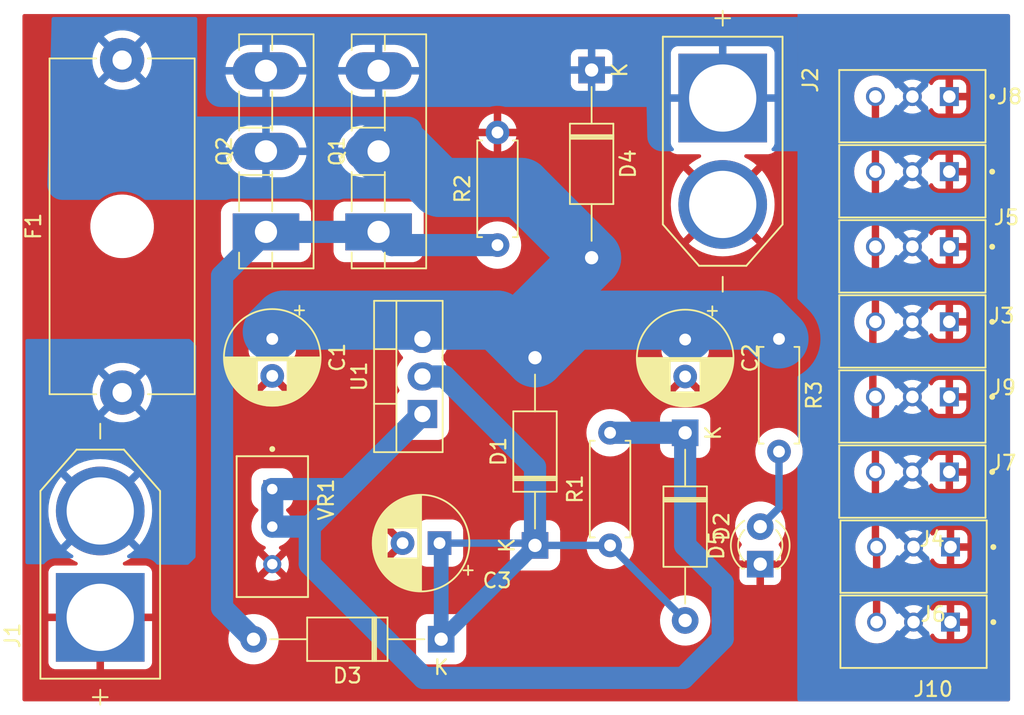
<source format=kicad_pcb>
(kicad_pcb (version 20211014) (generator pcbnew)
  (layers (0 "F.Cu" signal) (31 "B.Cu" signal) (35 "F.Paste" user) (37 "F.SilkS" user "F.Silkscreen") (39 "F.Mask" user) (44 "Edge.Cuts" user))
  (net 0 "")
  (net 1 "Net-(C3-Pad1)")
  (net 2 "/VDC")
  (net 3 "GND")
  (net 4 "VOUT")
  (net 5 "Net-(D5-Pad2)")
  (net 6 "/Vin")
  (net 7 "DATA")
  (net 8 "/Tbase")
  (net 9 "/ADJ")
  (footprint "Fuse:Fuseholder_Cylinder-5x20mm_Schurter_0031_8201_Horizontal_Open" (layer "F.Cu") (at 114.3 49.35 90)
    (fp_text reference "F1" (at 11.25 -6 90) (layer "F.SilkS"))
    (fp_text value "Fuse")
    (pad "" np_thru_hole circle (at 11.25 0 90) (size 2.7 2.7) (drill 2.7) (layers *.Cu *.Mask))
    (pad "1" thru_hole circle (at 0 0 90) (size 3 3) (drill 1.3) (layers *.Cu *.Mask) (net 6 "/Vin"))
    (pad "2" thru_hole circle (at 22.5 0 90) (size 3 3) (drill 1.3) (layers *.Cu *.Mask) (net 2 "/VDC"))
  )
  (footprint "Capacitor_THT:CP_Radial_D6.3mm_P2.50mm" (layer "F.Cu") (at 135.777361 59.536027 180)
    (fp_text reference "C3" (at -3.892318 -2.531048) (layer "F.SilkS"))
    (fp_text value "0,1uF")
    (pad "1" thru_hole rect (at 0 0 180) (size 1.6 1.6) (drill 0.8) (layers *.Cu *.Mask) (net 1 "Net-(C3-Pad1)"))
    (pad "2" thru_hole circle (at 2.5 0 180) (size 1.6 1.6) (drill 0.8) (layers *.Cu *.Mask) (net 3 "GND"))
  )
  (footprint "Resistor_THT:R_Axial_DIN0207_L6.3mm_D2.5mm_P7.62mm_Horizontal" (layer "F.Cu") (at 158.75 45.72 -90)
    (fp_text reference "R3" (at 3.81 -2.37 90) (layer "F.SilkS"))
    (fp_text value "2200")
    (pad "1" thru_hole circle (at 0 0 270) (size 1.6 1.6) (drill 0.8) (layers *.Cu *.Mask) (net 2 "/VDC"))
    (pad "2" thru_hole oval (at 7.62 0 270) (size 1.6 1.6) (drill 0.8) (layers *.Cu *.Mask) (net 5 "Net-(D5-Pad2)"))
  )
  (footprint "LED_THT:LED_D3.0mm" (layer "F.Cu") (at 157.48 60.96 90)
    (fp_text reference "D5" (at 1.27 -2.96 90) (layer "F.SilkS"))
    (fp_text value "LED")
    (pad "1" thru_hole rect (at 0 0 90) (size 1.8 1.8) (drill 0.9) (layers *.Cu *.Mask) (net 3 "GND"))
    (pad "2" thru_hole circle (at 2.54 0 90) (size 1.8 1.8) (drill 0.9) (layers *.Cu *.Mask) (net 5 "Net-(D5-Pad2)"))
  )
  (footprint "Capacitor_THT:CP_Radial_D6.3mm_P2.50mm" (layer "F.Cu") (at 124.46 45.72 -90)
    (fp_text reference "C1" (at 1.25 -4.4 90) (layer "F.SilkS"))
    (fp_text value "4700uF")
    (pad "1" thru_hole rect (at 0 0 270) (size 1.6 1.6) (drill 0.8) (layers *.Cu *.Mask) (net 2 "/VDC"))
    (pad "2" thru_hole circle (at 2.5 0 270) (size 1.6 1.6) (drill 0.8) (layers *.Cu *.Mask) (net 3 "GND"))
  )
  (footprint "TTL-3PIN:TTL_3pin" (layer "F.Cu") (at 170.274378 39.481442 180)
    (fp_text reference "J3" (at -3.550614 -4.672853) (layer "F.SilkS") (effects (font (size 1.001331 1.001331))))
    (fp_text value "22-03-5035")
    (pad "1" thru_hole rect (at 0 0 180) (size 1.28 1.28) (drill 0.85) (layers *.Cu *.Mask) (net 3 "GND"))
    (pad "2" thru_hole circle (at 2.5 0 180) (size 1.28 1.28) (drill 0.85) (layers *.Cu *.Mask) (net 4 "VOUT"))
    (pad "3" thru_hole circle (at 5 0 180) (size 1.28 1.28) (drill 0.85) (layers *.Cu *.Mask) (net 7 "DATA"))
  )
  (footprint "Package_TO_SOT_THT:TO-3PB-3_Vertical" (layer "F.Cu") (at 131.655 38.475 90)
    (fp_text reference "Q1" (at 5.45 -2.82 90) (layer "F.SilkS"))
    (fp_text value "TIP35C")
    (pad "1" thru_hole rect (at 0 0 90) (size 2.5 4.5) (drill 1.5) (layers *.Cu *.Mask) (net 8 "/Tbase"))
    (pad "2" thru_hole oval (at 5.45 0 90) (size 2.5 4.5) (drill 1.5) (layers *.Cu *.Mask) (net 2 "/VDC"))
    (pad "3" thru_hole oval (at 10.9 0 90) (size 2.5 4.5) (drill 1.5) (layers *.Cu *.Mask) (net 4 "VOUT"))
  )
  (footprint "Diode_THT:D_A-405_P12.70mm_Horizontal" (layer "F.Cu") (at 152.4 52.07 -90)
    (fp_text reference "D2" (at 6.35 -2.47 90) (layer "F.SilkS"))
    (fp_text value "DIODE")
    (fp_text user "K" (at 0 -1.9 90) (layer "F.SilkS"))
    (pad "1" thru_hole rect (at 0 0 270) (size 1.8 1.8) (drill 0.9) (layers *.Cu *.Mask) (net 9 "/ADJ"))
    (pad "2" thru_hole oval (at 12.7 0 270) (size 1.8 1.8) (drill 0.9) (layers *.Cu *.Mask) (net 1 "Net-(C3-Pad1)"))
  )
  (footprint "TTL-3PIN:TTL_3pin" (layer "F.Cu") (at 170.354378 59.801442 180)
    (fp_text reference "J6" (at 1.170565 -4.540175) (layer "F.SilkS") (effects (font (size 1.001331 1.001331))))
    (fp_text value "22-03-5035")
    (pad "1" thru_hole rect (at 0 0 180) (size 1.28 1.28) (drill 0.85) (layers *.Cu *.Mask) (net 3 "GND"))
    (pad "2" thru_hole circle (at 2.5 0 180) (size 1.28 1.28) (drill 0.85) (layers *.Cu *.Mask) (net 4 "VOUT"))
    (pad "3" thru_hole circle (at 5 0 180) (size 1.28 1.28) (drill 0.85) (layers *.Cu *.Mask) (net 7 "DATA"))
  )
  (footprint "TTL-3PIN:TTL_3pin" (layer "F.Cu") (at 170.274378 29.321442 180)
    (fp_text reference "J8" (at -4.073497 0) (layer "F.SilkS") (effects (font (size 1.001331 1.001331))))
    (fp_text value "22-03-5035")
    (pad "1" thru_hole rect (at 0 0 180) (size 1.28 1.28) (drill 0.85) (layers *.Cu *.Mask) (net 3 "GND"))
    (pad "2" thru_hole circle (at 2.5 0 180) (size 1.28 1.28) (drill 0.85) (layers *.Cu *.Mask) (net 4 "VOUT"))
    (pad "3" thru_hole circle (at 5 0 180) (size 1.28 1.28) (drill 0.85) (layers *.Cu *.Mask) (net 7 "DATA"))
  )
  (footprint "Capacitor_THT:CP_Radial_D6.3mm_P2.50mm" (layer "F.Cu") (at 152.4 45.76 -90)
    (fp_text reference "C2" (at 1.25 -4.4 90) (layer "F.SilkS"))
    (fp_text value "0,1uF")
    (pad "1" thru_hole rect (at 0 0 270) (size 1.6 1.6) (drill 0.8) (layers *.Cu *.Mask) (net 2 "/VDC"))
    (pad "2" thru_hole circle (at 2.5 0 270) (size 1.6 1.6) (drill 0.8) (layers *.Cu *.Mask) (net 3 "GND"))
  )
  (footprint "XT-60:TRIM_3296W-1-250" (layer "F.Cu") (at 124.46 58.42 -90)
    (fp_text reference "VR1" (at -1.83284 -3.65058 90) (layer "F.SilkS") (effects (font (size 1.004283 1.004283))))
    (fp_text value "3296W-1-250")
    (pad "1" thru_hole rect locked (at -2.54 0 270) (size 1.218 1.218) (drill 0.71) (layers *.Cu *.Mask) (net 9 "/ADJ"))
    (pad "2" thru_hole circle locked (at 0 0 270) (size 1.218 1.218) (drill 0.71) (layers *.Cu *.Mask) (net 9 "/ADJ"))
    (pad "3" thru_hole circle locked (at 2.54 0 270) (size 1.218 1.218) (drill 0.71) (layers *.Cu *.Mask) (net 3 "GND"))
  )
  (footprint "Resistor_THT:R_Axial_DIN0207_L6.3mm_D2.5mm_P7.62mm_Horizontal" (layer "F.Cu") (at 147.32 59.69 90)
    (fp_text reference "R1" (at 3.81 -2.37 90) (layer "F.SilkS"))
    (fp_text value "220")
    (pad "1" thru_hole circle (at 0 0 90) (size 1.6 1.6) (drill 0.8) (layers *.Cu *.Mask) (net 1 "Net-(C3-Pad1)"))
    (pad "2" thru_hole oval (at 7.62 0 90) (size 1.6 1.6) (drill 0.8) (layers *.Cu *.Mask) (net 9 "/ADJ"))
  )
  (footprint "TTL-3PIN:TTL_3pin" (layer "F.Cu") (at 170.354378 64.881442 180)
    (fp_text reference "J10" (at 1.170565 -4.540175) (layer "F.SilkS") (effects (font (size 1.001331 1.001331))))
    (fp_text value "22-03-5035")
    (pad "1" thru_hole rect (at 0 0 180) (size 1.28 1.28) (drill 0.85) (layers *.Cu *.Mask) (net 3 "GND"))
    (pad "2" thru_hole circle (at 2.5 0 180) (size 1.28 1.28) (drill 0.85) (layers *.Cu *.Mask) (net 4 "VOUT"))
    (pad "3" thru_hole circle (at 5 0 180) (size 1.28 1.28) (drill 0.85) (layers *.Cu *.Mask) (net 7 "DATA"))
  )
  (footprint "Package_TO_SOT_THT:TO-3PB-3_Vertical" (layer "F.Cu") (at 124.035 38.475 90)
    (fp_text reference "Q2" (at 5.45 -2.82 90) (layer "F.SilkS"))
    (fp_text value "TIP35C")
    (pad "1" thru_hole rect (at 0 0 90) (size 2.5 4.5) (drill 1.5) (layers *.Cu *.Mask) (net 8 "/Tbase"))
    (pad "2" thru_hole oval (at 5.45 0 90) (size 2.5 4.5) (drill 1.5) (layers *.Cu *.Mask) (net 2 "/VDC"))
    (pad "3" thru_hole oval (at 10.9 0 90) (size 2.5 4.5) (drill 1.5) (layers *.Cu *.Mask) (net 4 "VOUT"))
  )
  (footprint "XT-60:AMASS_XT60-M" (layer "F.Cu") (at 112.82 60.96 90)
    (fp_text reference "J1" (at -4.825 -5.935 90) (layer "F.SilkS"))
    (fp_text value "XT60-M")
    (pad "N" thru_hole circle locked (at 3.6 0 90) (size 6 6) (drill 4.55) (layers *.Cu *.Mask) (net 6 "/Vin"))
    (pad "P" thru_hole rect locked (at -3.6 0 90) (size 6 6) (drill 4.55) (layers *.Cu *.Mask) (net 3 "GND"))
  )
  (footprint "TTL-3PIN:TTL_3pin" (layer "F.Cu") (at 170.274378 49.641442 180)
    (fp_text reference "J7" (at -3.669657 -4.464111) (layer "F.SilkS") (effects (font (size 1.001331 1.001331))))
    (fp_text value "22-03-5035")
    (pad "1" thru_hole rect (at 0 0 180) (size 1.28 1.28) (drill 0.85) (layers *.Cu *.Mask) (net 3 "GND"))
    (pad "2" thru_hole circle (at 2.5 0 180) (size 1.28 1.28) (drill 0.85) (layers *.Cu *.Mask) (net 4 "VOUT"))
    (pad "3" thru_hole circle (at 5 0 180) (size 1.28 1.28) (drill 0.85) (layers *.Cu *.Mask) (net 7 "DATA"))
  )
  (footprint "Diode_THT:D_A-405_P12.70mm_Horizontal" (layer "F.Cu") (at 142.24 59.69 90)
    (fp_text reference "D1" (at 6.35 -2.47 90) (layer "F.SilkS"))
    (fp_text value "DIODE")
    (fp_text user "K" (at 0 -1.9 90) (layer "F.SilkS"))
    (pad "1" thru_hole rect (at 0 0 90) (size 1.8 1.8) (drill 0.9) (layers *.Cu *.Mask) (net 1 "Net-(C3-Pad1)"))
    (pad "2" thru_hole oval (at 12.7 0 90) (size 1.8 1.8) (drill 0.9) (layers *.Cu *.Mask) (net 2 "/VDC"))
  )
  (footprint "Package_TO_SOT_THT:TO-220-3_Vertical" (layer "F.Cu") (at 134.62 50.8 90)
    (fp_text reference "U1" (at 2.54 -4.27 90) (layer "F.SilkS"))
    (fp_text value "LM317L_TO92")
    (pad "1" thru_hole rect (at 0 0 90) (size 1.905 2) (drill 1.1) (layers *.Cu *.Mask) (net 9 "/ADJ"))
    (pad "2" thru_hole oval (at 2.54 0 90) (size 1.905 2) (drill 1.1) (layers *.Cu *.Mask) (net 1 "Net-(C3-Pad1)"))
    (pad "3" thru_hole oval (at 5.08 0 90) (size 1.905 2) (drill 1.1) (layers *.Cu *.Mask) (net 2 "/VDC"))
  )
  (footprint "Diode_THT:D_A-405_P12.70mm_Horizontal" (layer "F.Cu") (at 135.89 66.04 180)
    (fp_text reference "D3" (at 6.35 -2.47) (layer "F.SilkS"))
    (fp_text value "DIODE")
    (fp_text user "K" (at 0 -1.9) (layer "F.SilkS"))
    (pad "1" thru_hole rect (at 0 0 180) (size 1.8 1.8) (drill 0.9) (layers *.Cu *.Mask) (net 1 "Net-(C3-Pad1)"))
    (pad "2" thru_hole oval (at 12.7 0 180) (size 1.8 1.8) (drill 0.9) (layers *.Cu *.Mask) (net 8 "/Tbase"))
  )
  (footprint "TTL-3PIN:TTL_3pin" (layer "F.Cu") (at 170.274378 34.401442 180)
    (fp_text reference "J5" (at -3.866826 -3.1) (layer "F.SilkS") (effects (font (size 1.001331 1.001331))))
    (fp_text value "22-03-5035")
    (pad "1" thru_hole rect (at 0 0 180) (size 1.28 1.28) (drill 0.85) (layers *.Cu *.Mask) (net 3 "GND"))
    (pad "2" thru_hole circle (at 2.5 0 180) (size 1.28 1.28) (drill 0.85) (layers *.Cu *.Mask) (net 4 "VOUT"))
    (pad "3" thru_hole circle (at 5 0 180) (size 1.28 1.28) (drill 0.85) (layers *.Cu *.Mask) (net 7 "DATA"))
  )
  (footprint "TTL-3PIN:TTL_3pin" (layer "F.Cu") (at 170.274378 54.721442 180)
    (fp_text reference "J4" (at 1.170565 -4.540175) (layer "F.SilkS") (effects (font (size 1.001331 1.001331))))
    (fp_text value "22-03-5035")
    (pad "1" thru_hole rect (at 0 0 180) (size 1.28 1.28) (drill 0.85) (layers *.Cu *.Mask) (net 3 "GND"))
    (pad "2" thru_hole circle (at 2.5 0 180) (size 1.28 1.28) (drill 0.85) (layers *.Cu *.Mask) (net 4 "VOUT"))
    (pad "3" thru_hole circle (at 5 0 180) (size 1.28 1.28) (drill 0.85) (layers *.Cu *.Mask) (net 7 "DATA"))
  )
  (footprint "Resistor_THT:R_Axial_DIN0207_L6.3mm_D2.5mm_P7.62mm_Horizontal" (layer "F.Cu") (at 139.7 39.37 90)
    (fp_text reference "R2" (at 3.81 -2.37 90) (layer "F.SilkS"))
    (fp_text value "10K")
    (pad "1" thru_hole circle (at 0 0 90) (size 1.6 1.6) (drill 0.8) (layers *.Cu *.Mask) (net 8 "/Tbase"))
    (pad "2" thru_hole oval (at 7.62 0 90) (size 1.6 1.6) (drill 0.8) (layers *.Cu *.Mask) (net 3 "GND"))
  )
  (footprint "Diode_THT:D_A-405_P12.70mm_Horizontal" (layer "F.Cu") (at 146.069631 27.523558 -90)
    (fp_text reference "D4" (at 6.35 -2.47 90) (layer "F.SilkS"))
    (fp_text value "DIODE")
    (fp_text user "K" (at 0 -1.9 90) (layer "F.SilkS"))
    (pad "1" thru_hole rect (at 0 0 270) (size 1.8 1.8) (drill 0.9) (layers *.Cu *.Mask) (net 4 "VOUT"))
    (pad "2" thru_hole oval (at 12.7 0 270) (size 1.8 1.8) (drill 0.9) (layers *.Cu *.Mask) (net 2 "/VDC"))
  )
  (footprint "XT-60:AMASS_XT60-M" (layer "F.Cu") (at 154.94 33.02 -90)
    (fp_text reference "J2" (at -4.825 -5.935 -90) (layer "F.SilkS"))
    (fp_text value "XT60-M")
    (pad "N" thru_hole circle locked (at 3.6 0 270) (size 6 6) (drill 4.55) (layers *.Cu *.Mask) (net 3 "GND"))
    (pad "P" thru_hole rect locked (at -3.6 0 270) (size 6 6) (drill 4.55) (layers *.Cu *.Mask) (net 4 "VOUT"))
  )
  (footprint "TTL-3PIN:TTL_3pin" (layer "F.Cu") (at 170.274378 44.561442 180)
    (fp_text reference "J9" (at -3.649816 -4.443436) (layer "F.SilkS") (effects (font (size 1.001331 1.001331))))
    (fp_text value "22-03-5035")
    (pad "1" thru_hole rect (at 0 0 180) (size 1.28 1.28) (drill 0.85) (layers *.Cu *.Mask) (net 3 "GND"))
    (pad "2" thru_hole circle (at 2.5 0 180) (size 1.28 1.28) (drill 0.85) (layers *.Cu *.Mask) (net 4 "VOUT"))
    (pad "3" thru_hole circle (at 5 0 180) (size 1.28 1.28) (drill 0.85) (layers *.Cu *.Mask) (net 7 "DATA"))
  )
  (segment (start 135.89 59.648666) (end 135.777361 59.536027) (width 0.5) (layer "B.Cu") (net 1))
  (segment (start 135.777361 59.536027) (end 142.086027 59.536027) (width 0.5) (layer "B.Cu") (net 1))
  (segment (start 136.12 48.26) (end 134.62 48.26) (width 1.5) (layer "B.Cu") (net 1))
  (segment (start 142.24 59.69) (end 142.24 54.38) (width 1.5) (layer "B.Cu") (net 1))
  (segment (start 142.24 54.38) (end 136.12 48.26) (width 1.5) (layer "B.Cu") (net 1))
  (segment (start 142.24 59.69) (end 142.086027 59.536027) (width 0.5) (layer "B.Cu") (net 1))
  (segment (start 135.89 66.04) (end 142.24 59.69) (width 1) (layer "B.Cu") (net 1))
  (segment (start 147.32 59.69) (end 152.4 64.77) (width 0.5) (layer "B.Cu") (net 1))
  (segment (start 142.24 59.69) (end 147.32 59.69) (width 0.5) (layer "B.Cu") (net 1))
  (segment (start 135.89 66.04) (end 135.89 59.648666) (width 1) (layer "B.Cu") (net 1))
  (segment (start 152.4 44.45) (end 152.4 45.260489) (width 4) (layer "B.Cu") (net 2))
  (segment (start 135.799061 35.469061) (end 141.315134 35.469061) (width 4) (layer "B.Cu") (net 2))
  (segment (start 142.24 46.99) (end 139.7 44.45) (width 4) (layer "B.Cu") (net 2))
  (segment (start 158.75 45.72) (end 157.48 44.45) (width 4) (layer "B.Cu") (net 2))
  (segment (start 142.24 44.053189) (end 146.069631 40.223558) (width 4) (layer "B.Cu") (net 2))
  (segment (start 125.230489 44.45) (end 124.46 45.220489) (width 4) (layer "B.Cu") (net 2))
  (segment (start 144.78 44.45) (end 152.4 44.45) (width 4) (layer "B.Cu") (net 2))
  (segment (start 142.24 46.99) (end 142.24 44.053189) (width 4) (layer "B.Cu") (net 2))
  (segment (start 141.315134 35.469061) (end 146.069631 40.223558) (width 4) (layer "B.Cu") (net 2))
  (segment (start 157.48 44.45) (end 152.4 44.45) (width 4) (layer "B.Cu") (net 2))
  (segment (start 139.7 44.45) (end 125.230489 44.45) (width 4) (layer "B.Cu") (net 2))
  (segment (start 133.355 33.025) (end 135.799061 35.469061) (width 4) (layer "B.Cu") (net 2))
  (segment (start 142.24 46.99) (end 144.78 44.45) (width 4) (layer "B.Cu") (net 2))
  (segment (start 131.655 33.025) (end 133.355 33.025) (width 4) (layer "B.Cu") (net 2))
  (segment (start 157.48 58.42) (end 158.75 57.15) (width 0.5) (layer "B.Cu") (net 5))
  (segment (start 158.75 57.15) (end 158.75 53.34) (width 0.5) (layer "B.Cu") (net 5))
  (segment (start 165.1 44.45) (end 165.1 49.53) (width 0.5) (layer "F.Cu") (net 7))
  (segment (start 165.274378 49.704378) (end 165.274378 54.721442) (width 0.5) (layer "F.Cu") (net 7))
  (segment (start 165.1 49.53) (end 165.274378 49.704378) (width 0.5) (layer "F.Cu") (net 7))
  (segment (start 165.274378 39.481442) (end 165.274378 44.275622) (width 0.5) (layer "F.Cu") (net 7))
  (segment (start 165.274378 29.321442) (end 165.274378 34.401442) (width 0.5) (layer "F.Cu") (net 7))
  (segment (start 165.274378 34.401442) (end 165.274378 39.481442) (width 0.5) (layer "F.Cu") (net 7))
  (segment (start 165.354378 59.944378) (end 165.354378 64.881442) (width 0.5) (layer "F.Cu") (net 7))
  (segment (start 165.1 59.69) (end 165.354378 59.944378) (width 0.5) (layer "F.Cu") (net 7))
  (segment (start 165.274378 44.275622) (end 165.1 44.45) (width 0.5) (layer "F.Cu") (net 7))
  (segment (start 165.274378 54.721442) (end 165.274378 59.515622) (width 0.5) (layer "F.Cu") (net 7))
  (segment (start 165.274378 59.515622) (end 165.1 59.69) (width 0.5) (layer "F.Cu") (net 7))
  (segment (start 165.162936 29.21) (end 165.274378 29.321442) (width 0.5) (layer "B.Cu") (net 7))
  (segment (start 165.354378 54.801442) (end 165.274378 54.721442) (width 0.5) (layer "B.Cu") (net 7))
  (segment (start 165.274378 34.464378) (end 165.1 34.29) (width 0.5) (layer "B.Cu") (net 7))
  (segment (start 165.1 29.21) (end 165.162936 29.21) (width 0.5) (layer "B.Cu") (net 7))
  (segment (start 132.55 39.37) (end 131.655 38.475) (width 1.5) (layer "B.Cu") (net 8))
  (segment (start 121.062691 63.912691) (end 123.19 66.04) (width 1.5) (layer "B.Cu") (net 8))
  (segment (start 131.655 38.475) (end 124.035 38.475) (width 1.5) (layer "B.Cu") (net 8))
  (segment (start 124.035 38.475) (end 121.062691 41.447309) (width 1.5) (layer "B.Cu") (net 8))
  (segment (start 139.7 39.37) (end 132.55 39.37) (width 1.5) (layer "B.Cu") (net 8))
  (segment (start 121.062691 41.447309) (end 121.062691 63.912691) (width 1.5) (layer "B.Cu") (net 8))
  (segment (start 124.46 58.42) (end 124.46 55.88) (width 1.5) (layer "B.Cu") (net 9))
  (segment (start 129.54 55.88) (end 134.62 50.8) (width 1.5) (layer "B.Cu") (net 9))
  (segment (start 124.46 55.88) (end 129.54 55.88) (width 1.5) (layer "B.Cu") (net 9))
  (segment (start 127 58.42) (end 134.62 50.8) (width 1.5) (layer "B.Cu") (net 9))
  (segment (start 147.32 52.07) (end 152.4 52.07) (width 1.5) (layer "B.Cu") (net 9))
  (segment (start 154.94 62.23) (end 154.94 65.999275) (width 1.5) (layer "B.Cu") (net 9))
  (segment (start 152.4 59.69) (end 154.94 62.23) (width 1.5) (layer "B.Cu") (net 9))
  (segment (start 152.4 52.07) (end 152.4 59.69) (width 1.5) (layer "B.Cu") (net 9))
  (segment (start 134.698318 68.658318) (end 127 60.96) (width 1.5) (layer "B.Cu") (net 9))
  (segment (start 152.280957 68.658318) (end 134.698318 68.658318) (width 1.5) (layer "B.Cu") (net 9))
  (segment (start 154.94 65.999275) (end 152.280957 68.658318) (width 1.5) (layer "B.Cu") (net 9))
  (segment (start 127 60.96) (end 127 58.42) (width 1.5) (layer "B.Cu") (net 9))
  (segment (start 124.46 58.42) (end 127 58.42) (width 1.5) (layer "B.Cu") (net 9))
  (zone (net 3) (net_name "GND") (layer "F.Cu") (connect_pads (clearance 0.8)) (min_thickness 0.254) (fill yes (thermal_gap 0.508) (thermal_bridge_width 0.508) (smoothing fillet) (radius 1))
    (polygon (pts (xy 175.11858 70.790118) (xy 106.754622 71.082688) (xy 106.754622 23.003613) (xy 106.657099 22.90609) (xy 175.11858 22.808566)))
  )
  (zone (net 2) (net_name "/VDC") (layer "B.Cu") (connect_pads (clearance 1)) (min_thickness 0.254) (fill yes (thermal_gap 0.508) (thermal_bridge_width 0.508) (smoothing fillet) (radius 1))
    (polygon (pts (xy 119.380001 30.668288) (xy 134.620001 30.668288) (xy 134.620001 36.312007) (xy 109.220001 36.312007) (xy 109.551966 23.054342) (xy 119.385294 23.044778)))
  )
  (zone (net 6) (net_name "/Vin") (layer "B.Cu") (connect_pads (clearance 1)) (min_thickness 0.254) (fill yes (thermal_gap 0.508) (thermal_bridge_width 0.508) (smoothing chamfer) (radius 0.5))
    (polygon (pts (xy 119.267104 61.005234) (xy 106.68 60.96) (xy 106.68 45.72) (xy 119.38 45.72)))
  )
  (zone (net 4) (net_name "VOUT") (layer "B.Cu") (connect_pads (clearance 0.8)) (min_thickness 0.254) (fill yes (thermal_gap 0.508) (thermal_bridge_width 0.508) (smoothing fillet) (radius 1))
    (polygon (pts (xy 175.243458 71.072126) (xy 159.984192 71.003236) (xy 160.005307 22.866324) (xy 175.218646 22.923733)))
  )
  (zone (net 4) (net_name "VOUT") (layer "B.Cu") (connect_pads (clearance 1)) (min_thickness 0.254) (fill yes (thermal_gap 0.508) (thermal_bridge_width 0.508) (smoothing fillet) (radius 1))
    (polygon (pts (xy 160.02 33.02) (xy 149.86 33.02) (xy 149.789941 30.020729) (xy 119.946571 30.024599) (xy 120.027842 22.921835) (xy 160.02 22.86)))
  )
)
</source>
